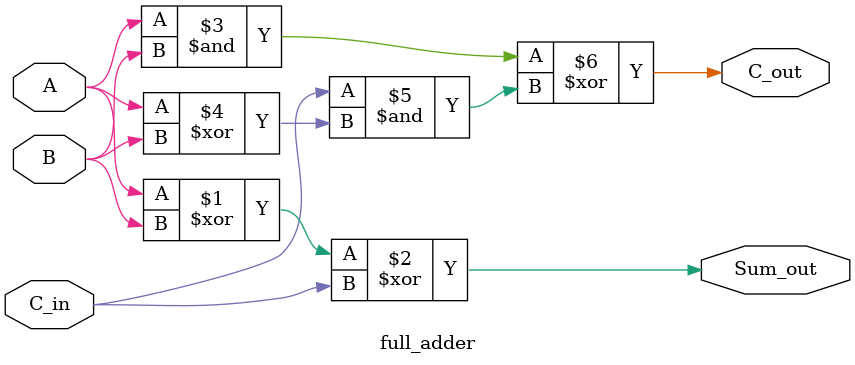
<source format=v>


`timescale 1ns/10ps

module full_adder (
    A,
    B,
    C_in,
    Sum_out,
    C_out
);
// full adder circuit
// {A,B,C} --- inputs
// {Sum_out,C_out} -- outputs

input A;
input B;
input C_in;
output Sum_out;
wire Sum_out;
output C_out;
wire C_out;







assign Sum_out = ((A ^ B) ^ C_in);
assign C_out = ((A & B) ^ (C_in & (A ^ B)));

endmodule

</source>
